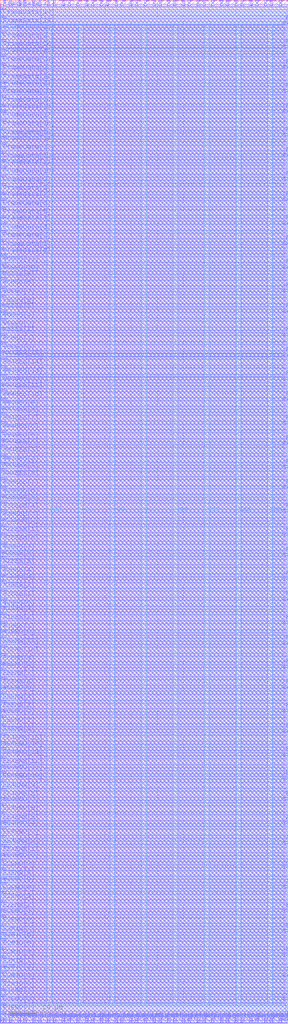
<source format=lef>
VERSION 5.7 ;
  NOWIREEXTENSIONATPIN ON ;
  DIVIDERCHAR "/" ;
  BUSBITCHARS "[]" ;
MACRO E_IO
  CLASS BLOCK ;
  FOREIGN E_IO ;
  ORIGIN 0.000 0.000 ;
  SIZE 110.000 BY 390.000 ;
  PIN A_I_top
    DIRECTION OUTPUT TRISTATE ;
    USE SIGNAL ;
    PORT
      LAYER Metal3 ;
        RECT 108.000 1.400 110.000 1.960 ;
    END
  END A_I_top
  PIN A_O_top
    DIRECTION INPUT ;
    USE SIGNAL ;
    PORT
      LAYER Metal3 ;
        RECT 108.000 18.200 110.000 18.760 ;
    END
  END A_O_top
  PIN A_T_top
    DIRECTION OUTPUT TRISTATE ;
    USE SIGNAL ;
    PORT
      LAYER Metal3 ;
        RECT 108.000 9.240 110.000 9.800 ;
    END
  END A_T_top
  PIN A_config_C_bit0
    DIRECTION OUTPUT TRISTATE ;
    USE SIGNAL ;
    PORT
      LAYER Metal3 ;
        RECT 108.000 51.800 110.000 52.360 ;
    END
  END A_config_C_bit0
  PIN A_config_C_bit1
    DIRECTION OUTPUT TRISTATE ;
    USE SIGNAL ;
    PORT
      LAYER Metal3 ;
        RECT 108.000 59.640 110.000 60.200 ;
    END
  END A_config_C_bit1
  PIN A_config_C_bit2
    DIRECTION OUTPUT TRISTATE ;
    USE SIGNAL ;
    PORT
      LAYER Metal3 ;
        RECT 108.000 68.600 110.000 69.160 ;
    END
  END A_config_C_bit2
  PIN A_config_C_bit3
    DIRECTION OUTPUT TRISTATE ;
    USE SIGNAL ;
    PORT
      LAYER Metal3 ;
        RECT 108.000 76.440 110.000 77.000 ;
    END
  END A_config_C_bit3
  PIN B_I_top
    DIRECTION OUTPUT TRISTATE ;
    USE SIGNAL ;
    PORT
      LAYER Metal3 ;
        RECT 108.000 26.040 110.000 26.600 ;
    END
  END B_I_top
  PIN B_O_top
    DIRECTION INPUT ;
    USE SIGNAL ;
    PORT
      LAYER Metal3 ;
        RECT 108.000 42.840 110.000 43.400 ;
    END
  END B_O_top
  PIN B_T_top
    DIRECTION OUTPUT TRISTATE ;
    USE SIGNAL ;
    PORT
      LAYER Metal3 ;
        RECT 108.000 35.000 110.000 35.560 ;
    END
  END B_T_top
  PIN B_config_C_bit0
    DIRECTION OUTPUT TRISTATE ;
    USE SIGNAL ;
    PORT
      LAYER Metal3 ;
        RECT 108.000 85.400 110.000 85.960 ;
    END
  END B_config_C_bit0
  PIN B_config_C_bit1
    DIRECTION OUTPUT TRISTATE ;
    USE SIGNAL ;
    PORT
      LAYER Metal3 ;
        RECT 108.000 93.240 110.000 93.800 ;
    END
  END B_config_C_bit1
  PIN B_config_C_bit2
    DIRECTION OUTPUT TRISTATE ;
    USE SIGNAL ;
    PORT
      LAYER Metal3 ;
        RECT 108.000 102.200 110.000 102.760 ;
    END
  END B_config_C_bit2
  PIN B_config_C_bit3
    DIRECTION OUTPUT TRISTATE ;
    USE SIGNAL ;
    PORT
      LAYER Metal3 ;
        RECT 108.000 111.160 110.000 111.720 ;
    END
  END B_config_C_bit3
  PIN E1END[0]
    DIRECTION INPUT ;
    USE SIGNAL ;
    PORT
      LAYER Metal3 ;
        RECT 0.000 1.400 2.000 1.960 ;
    END
  END E1END[0]
  PIN E1END[1]
    DIRECTION INPUT ;
    USE SIGNAL ;
    PORT
      LAYER Metal3 ;
        RECT 0.000 3.640 2.000 4.200 ;
    END
  END E1END[1]
  PIN E1END[2]
    DIRECTION INPUT ;
    USE SIGNAL ;
    PORT
      LAYER Metal3 ;
        RECT 0.000 7.000 2.000 7.560 ;
    END
  END E1END[2]
  PIN E1END[3]
    DIRECTION INPUT ;
    USE SIGNAL ;
    PORT
      LAYER Metal3 ;
        RECT 0.000 10.360 2.000 10.920 ;
    END
  END E1END[3]
  PIN E2END[0]
    DIRECTION INPUT ;
    USE SIGNAL ;
    PORT
      LAYER Metal3 ;
        RECT 0.000 37.240 2.000 37.800 ;
    END
  END E2END[0]
  PIN E2END[1]
    DIRECTION INPUT ;
    USE SIGNAL ;
    PORT
      LAYER Metal3 ;
        RECT 0.000 40.600 2.000 41.160 ;
    END
  END E2END[1]
  PIN E2END[2]
    DIRECTION INPUT ;
    USE SIGNAL ;
    PORT
      LAYER Metal3 ;
        RECT 0.000 42.840 2.000 43.400 ;
    END
  END E2END[2]
  PIN E2END[3]
    DIRECTION INPUT ;
    USE SIGNAL ;
    PORT
      LAYER Metal3 ;
        RECT 0.000 46.200 2.000 46.760 ;
    END
  END E2END[3]
  PIN E2END[4]
    DIRECTION INPUT ;
    USE SIGNAL ;
    PORT
      LAYER Metal3 ;
        RECT 0.000 49.560 2.000 50.120 ;
    END
  END E2END[4]
  PIN E2END[5]
    DIRECTION INPUT ;
    USE SIGNAL ;
    PORT
      LAYER Metal3 ;
        RECT 0.000 52.920 2.000 53.480 ;
    END
  END E2END[5]
  PIN E2END[6]
    DIRECTION INPUT ;
    USE SIGNAL ;
    PORT
      LAYER Metal3 ;
        RECT 0.000 55.160 2.000 55.720 ;
    END
  END E2END[6]
  PIN E2END[7]
    DIRECTION INPUT ;
    USE SIGNAL ;
    PORT
      LAYER Metal3 ;
        RECT 0.000 58.520 2.000 59.080 ;
    END
  END E2END[7]
  PIN E2MID[0]
    DIRECTION INPUT ;
    USE SIGNAL ;
    PORT
      LAYER Metal3 ;
        RECT 0.000 12.600 2.000 13.160 ;
    END
  END E2MID[0]
  PIN E2MID[1]
    DIRECTION INPUT ;
    USE SIGNAL ;
    PORT
      LAYER Metal3 ;
        RECT 0.000 15.960 2.000 16.520 ;
    END
  END E2MID[1]
  PIN E2MID[2]
    DIRECTION INPUT ;
    USE SIGNAL ;
    PORT
      LAYER Metal3 ;
        RECT 0.000 19.320 2.000 19.880 ;
    END
  END E2MID[2]
  PIN E2MID[3]
    DIRECTION INPUT ;
    USE SIGNAL ;
    PORT
      LAYER Metal3 ;
        RECT 0.000 21.560 2.000 22.120 ;
    END
  END E2MID[3]
  PIN E2MID[4]
    DIRECTION INPUT ;
    USE SIGNAL ;
    PORT
      LAYER Metal3 ;
        RECT 0.000 24.920 2.000 25.480 ;
    END
  END E2MID[4]
  PIN E2MID[5]
    DIRECTION INPUT ;
    USE SIGNAL ;
    PORT
      LAYER Metal3 ;
        RECT 0.000 28.280 2.000 28.840 ;
    END
  END E2MID[5]
  PIN E2MID[6]
    DIRECTION INPUT ;
    USE SIGNAL ;
    PORT
      LAYER Metal3 ;
        RECT 0.000 31.640 2.000 32.200 ;
    END
  END E2MID[6]
  PIN E2MID[7]
    DIRECTION INPUT ;
    USE SIGNAL ;
    PORT
      LAYER Metal3 ;
        RECT 0.000 33.880 2.000 34.440 ;
    END
  END E2MID[7]
  PIN E6END[0]
    DIRECTION INPUT ;
    USE SIGNAL ;
    PORT
      LAYER Metal3 ;
        RECT 0.000 110.040 2.000 110.600 ;
    END
  END E6END[0]
  PIN E6END[10]
    DIRECTION INPUT ;
    USE SIGNAL ;
    PORT
      LAYER Metal3 ;
        RECT 0.000 140.280 2.000 140.840 ;
    END
  END E6END[10]
  PIN E6END[11]
    DIRECTION INPUT ;
    USE SIGNAL ;
    PORT
      LAYER Metal3 ;
        RECT 0.000 143.640 2.000 144.200 ;
    END
  END E6END[11]
  PIN E6END[1]
    DIRECTION INPUT ;
    USE SIGNAL ;
    PORT
      LAYER Metal3 ;
        RECT 0.000 113.400 2.000 113.960 ;
    END
  END E6END[1]
  PIN E6END[2]
    DIRECTION INPUT ;
    USE SIGNAL ;
    PORT
      LAYER Metal3 ;
        RECT 0.000 116.760 2.000 117.320 ;
    END
  END E6END[2]
  PIN E6END[3]
    DIRECTION INPUT ;
    USE SIGNAL ;
    PORT
      LAYER Metal3 ;
        RECT 0.000 119.000 2.000 119.560 ;
    END
  END E6END[3]
  PIN E6END[4]
    DIRECTION INPUT ;
    USE SIGNAL ;
    PORT
      LAYER Metal3 ;
        RECT 0.000 122.360 2.000 122.920 ;
    END
  END E6END[4]
  PIN E6END[5]
    DIRECTION INPUT ;
    USE SIGNAL ;
    PORT
      LAYER Metal3 ;
        RECT 0.000 125.720 2.000 126.280 ;
    END
  END E6END[5]
  PIN E6END[6]
    DIRECTION INPUT ;
    USE SIGNAL ;
    PORT
      LAYER Metal3 ;
        RECT 0.000 127.960 2.000 128.520 ;
    END
  END E6END[6]
  PIN E6END[7]
    DIRECTION INPUT ;
    USE SIGNAL ;
    PORT
      LAYER Metal3 ;
        RECT 0.000 131.320 2.000 131.880 ;
    END
  END E6END[7]
  PIN E6END[8]
    DIRECTION INPUT ;
    USE SIGNAL ;
    PORT
      LAYER Metal3 ;
        RECT 0.000 134.680 2.000 135.240 ;
    END
  END E6END[8]
  PIN E6END[9]
    DIRECTION INPUT ;
    USE SIGNAL ;
    PORT
      LAYER Metal3 ;
        RECT 0.000 136.920 2.000 137.480 ;
    END
  END E6END[9]
  PIN EE4END[0]
    DIRECTION INPUT ;
    USE SIGNAL ;
    PORT
      LAYER Metal3 ;
        RECT 0.000 61.880 2.000 62.440 ;
    END
  END EE4END[0]
  PIN EE4END[10]
    DIRECTION INPUT ;
    USE SIGNAL ;
    PORT
      LAYER Metal3 ;
        RECT 0.000 92.120 2.000 92.680 ;
    END
  END EE4END[10]
  PIN EE4END[11]
    DIRECTION INPUT ;
    USE SIGNAL ;
    PORT
      LAYER Metal3 ;
        RECT 0.000 95.480 2.000 96.040 ;
    END
  END EE4END[11]
  PIN EE4END[12]
    DIRECTION INPUT ;
    USE SIGNAL ;
    PORT
      LAYER Metal3 ;
        RECT 0.000 97.720 2.000 98.280 ;
    END
  END EE4END[12]
  PIN EE4END[13]
    DIRECTION INPUT ;
    USE SIGNAL ;
    PORT
      LAYER Metal3 ;
        RECT 0.000 101.080 2.000 101.640 ;
    END
  END EE4END[13]
  PIN EE4END[14]
    DIRECTION INPUT ;
    USE SIGNAL ;
    PORT
      LAYER Metal3 ;
        RECT 0.000 104.440 2.000 105.000 ;
    END
  END EE4END[14]
  PIN EE4END[15]
    DIRECTION INPUT ;
    USE SIGNAL ;
    PORT
      LAYER Metal3 ;
        RECT 0.000 106.680 2.000 107.240 ;
    END
  END EE4END[15]
  PIN EE4END[1]
    DIRECTION INPUT ;
    USE SIGNAL ;
    PORT
      LAYER Metal3 ;
        RECT 0.000 64.120 2.000 64.680 ;
    END
  END EE4END[1]
  PIN EE4END[2]
    DIRECTION INPUT ;
    USE SIGNAL ;
    PORT
      LAYER Metal3 ;
        RECT 0.000 67.480 2.000 68.040 ;
    END
  END EE4END[2]
  PIN EE4END[3]
    DIRECTION INPUT ;
    USE SIGNAL ;
    PORT
      LAYER Metal3 ;
        RECT 0.000 70.840 2.000 71.400 ;
    END
  END EE4END[3]
  PIN EE4END[4]
    DIRECTION INPUT ;
    USE SIGNAL ;
    PORT
      LAYER Metal3 ;
        RECT 0.000 74.200 2.000 74.760 ;
    END
  END EE4END[4]
  PIN EE4END[5]
    DIRECTION INPUT ;
    USE SIGNAL ;
    PORT
      LAYER Metal3 ;
        RECT 0.000 76.440 2.000 77.000 ;
    END
  END EE4END[5]
  PIN EE4END[6]
    DIRECTION INPUT ;
    USE SIGNAL ;
    PORT
      LAYER Metal3 ;
        RECT 0.000 79.800 2.000 80.360 ;
    END
  END EE4END[6]
  PIN EE4END[7]
    DIRECTION INPUT ;
    USE SIGNAL ;
    PORT
      LAYER Metal3 ;
        RECT 0.000 83.160 2.000 83.720 ;
    END
  END EE4END[7]
  PIN EE4END[8]
    DIRECTION INPUT ;
    USE SIGNAL ;
    PORT
      LAYER Metal3 ;
        RECT 0.000 85.400 2.000 85.960 ;
    END
  END EE4END[8]
  PIN EE4END[9]
    DIRECTION INPUT ;
    USE SIGNAL ;
    PORT
      LAYER Metal3 ;
        RECT 0.000 88.760 2.000 89.320 ;
    END
  END EE4END[9]
  PIN FrameData[0]
    DIRECTION INPUT ;
    USE SIGNAL ;
    PORT
      LAYER Metal3 ;
        RECT 0.000 292.600 2.000 293.160 ;
    END
  END FrameData[0]
  PIN FrameData[10]
    DIRECTION INPUT ;
    USE SIGNAL ;
    PORT
      LAYER Metal3 ;
        RECT 0.000 322.840 2.000 323.400 ;
    END
  END FrameData[10]
  PIN FrameData[11]
    DIRECTION INPUT ;
    USE SIGNAL ;
    PORT
      LAYER Metal3 ;
        RECT 0.000 326.200 2.000 326.760 ;
    END
  END FrameData[11]
  PIN FrameData[12]
    DIRECTION INPUT ;
    USE SIGNAL ;
    PORT
      LAYER Metal3 ;
        RECT 0.000 328.440 2.000 329.000 ;
    END
  END FrameData[12]
  PIN FrameData[13]
    DIRECTION INPUT ;
    USE SIGNAL ;
    PORT
      LAYER Metal3 ;
        RECT 0.000 331.800 2.000 332.360 ;
    END
  END FrameData[13]
  PIN FrameData[14]
    DIRECTION INPUT ;
    USE SIGNAL ;
    PORT
      LAYER Metal3 ;
        RECT 0.000 335.160 2.000 335.720 ;
    END
  END FrameData[14]
  PIN FrameData[15]
    DIRECTION INPUT ;
    USE SIGNAL ;
    PORT
      LAYER Metal3 ;
        RECT 0.000 337.400 2.000 337.960 ;
    END
  END FrameData[15]
  PIN FrameData[16]
    DIRECTION INPUT ;
    USE SIGNAL ;
    PORT
      LAYER Metal3 ;
        RECT 0.000 340.760 2.000 341.320 ;
    END
  END FrameData[16]
  PIN FrameData[17]
    DIRECTION INPUT ;
    USE SIGNAL ;
    PORT
      LAYER Metal3 ;
        RECT 0.000 344.120 2.000 344.680 ;
    END
  END FrameData[17]
  PIN FrameData[18]
    DIRECTION INPUT ;
    USE SIGNAL ;
    PORT
      LAYER Metal3 ;
        RECT 0.000 347.480 2.000 348.040 ;
    END
  END FrameData[18]
  PIN FrameData[19]
    DIRECTION INPUT ;
    USE SIGNAL ;
    PORT
      LAYER Metal3 ;
        RECT 0.000 349.720 2.000 350.280 ;
    END
  END FrameData[19]
  PIN FrameData[1]
    DIRECTION INPUT ;
    USE SIGNAL ;
    PORT
      LAYER Metal3 ;
        RECT 0.000 294.840 2.000 295.400 ;
    END
  END FrameData[1]
  PIN FrameData[20]
    DIRECTION INPUT ;
    USE SIGNAL ;
    PORT
      LAYER Metal3 ;
        RECT 0.000 353.080 2.000 353.640 ;
    END
  END FrameData[20]
  PIN FrameData[21]
    DIRECTION INPUT ;
    USE SIGNAL ;
    PORT
      LAYER Metal3 ;
        RECT 0.000 356.440 2.000 357.000 ;
    END
  END FrameData[21]
  PIN FrameData[22]
    DIRECTION INPUT ;
    USE SIGNAL ;
    PORT
      LAYER Metal3 ;
        RECT 0.000 358.680 2.000 359.240 ;
    END
  END FrameData[22]
  PIN FrameData[23]
    DIRECTION INPUT ;
    USE SIGNAL ;
    PORT
      LAYER Metal3 ;
        RECT 0.000 362.040 2.000 362.600 ;
    END
  END FrameData[23]
  PIN FrameData[24]
    DIRECTION INPUT ;
    USE SIGNAL ;
    PORT
      LAYER Metal3 ;
        RECT 0.000 365.400 2.000 365.960 ;
    END
  END FrameData[24]
  PIN FrameData[25]
    DIRECTION INPUT ;
    USE SIGNAL ;
    PORT
      LAYER Metal3 ;
        RECT 0.000 368.760 2.000 369.320 ;
    END
  END FrameData[25]
  PIN FrameData[26]
    DIRECTION INPUT ;
    USE SIGNAL ;
    PORT
      LAYER Metal3 ;
        RECT 0.000 371.000 2.000 371.560 ;
    END
  END FrameData[26]
  PIN FrameData[27]
    DIRECTION INPUT ;
    USE SIGNAL ;
    PORT
      LAYER Metal3 ;
        RECT 0.000 374.360 2.000 374.920 ;
    END
  END FrameData[27]
  PIN FrameData[28]
    DIRECTION INPUT ;
    USE SIGNAL ;
    PORT
      LAYER Metal3 ;
        RECT 0.000 377.720 2.000 378.280 ;
    END
  END FrameData[28]
  PIN FrameData[29]
    DIRECTION INPUT ;
    USE SIGNAL ;
    PORT
      LAYER Metal3 ;
        RECT 0.000 379.960 2.000 380.520 ;
    END
  END FrameData[29]
  PIN FrameData[2]
    DIRECTION INPUT ;
    USE SIGNAL ;
    PORT
      LAYER Metal3 ;
        RECT 0.000 298.200 2.000 298.760 ;
    END
  END FrameData[2]
  PIN FrameData[30]
    DIRECTION INPUT ;
    USE SIGNAL ;
    PORT
      LAYER Metal3 ;
        RECT 0.000 383.320 2.000 383.880 ;
    END
  END FrameData[30]
  PIN FrameData[31]
    DIRECTION INPUT ;
    USE SIGNAL ;
    PORT
      LAYER Metal3 ;
        RECT 0.000 386.680 2.000 387.240 ;
    END
  END FrameData[31]
  PIN FrameData[3]
    DIRECTION INPUT ;
    USE SIGNAL ;
    PORT
      LAYER Metal3 ;
        RECT 0.000 301.560 2.000 302.120 ;
    END
  END FrameData[3]
  PIN FrameData[4]
    DIRECTION INPUT ;
    USE SIGNAL ;
    PORT
      LAYER Metal3 ;
        RECT 0.000 304.920 2.000 305.480 ;
    END
  END FrameData[4]
  PIN FrameData[5]
    DIRECTION INPUT ;
    USE SIGNAL ;
    PORT
      LAYER Metal3 ;
        RECT 0.000 307.160 2.000 307.720 ;
    END
  END FrameData[5]
  PIN FrameData[6]
    DIRECTION INPUT ;
    USE SIGNAL ;
    PORT
      LAYER Metal3 ;
        RECT 0.000 310.520 2.000 311.080 ;
    END
  END FrameData[6]
  PIN FrameData[7]
    DIRECTION INPUT ;
    USE SIGNAL ;
    PORT
      LAYER Metal3 ;
        RECT 0.000 313.880 2.000 314.440 ;
    END
  END FrameData[7]
  PIN FrameData[8]
    DIRECTION INPUT ;
    USE SIGNAL ;
    PORT
      LAYER Metal3 ;
        RECT 0.000 316.120 2.000 316.680 ;
    END
  END FrameData[8]
  PIN FrameData[9]
    DIRECTION INPUT ;
    USE SIGNAL ;
    PORT
      LAYER Metal3 ;
        RECT 0.000 319.480 2.000 320.040 ;
    END
  END FrameData[9]
  PIN FrameData_O[0]
    DIRECTION OUTPUT TRISTATE ;
    USE SIGNAL ;
    PORT
      LAYER Metal3 ;
        RECT 108.000 119.000 110.000 119.560 ;
    END
  END FrameData_O[0]
  PIN FrameData_O[10]
    DIRECTION OUTPUT TRISTATE ;
    USE SIGNAL ;
    PORT
      LAYER Metal3 ;
        RECT 108.000 204.120 110.000 204.680 ;
    END
  END FrameData_O[10]
  PIN FrameData_O[11]
    DIRECTION OUTPUT TRISTATE ;
    USE SIGNAL ;
    PORT
      LAYER Metal3 ;
        RECT 108.000 211.960 110.000 212.520 ;
    END
  END FrameData_O[11]
  PIN FrameData_O[12]
    DIRECTION OUTPUT TRISTATE ;
    USE SIGNAL ;
    PORT
      LAYER Metal3 ;
        RECT 108.000 220.920 110.000 221.480 ;
    END
  END FrameData_O[12]
  PIN FrameData_O[13]
    DIRECTION OUTPUT TRISTATE ;
    USE SIGNAL ;
    PORT
      LAYER Metal3 ;
        RECT 108.000 228.760 110.000 229.320 ;
    END
  END FrameData_O[13]
  PIN FrameData_O[14]
    DIRECTION OUTPUT TRISTATE ;
    USE SIGNAL ;
    PORT
      LAYER Metal3 ;
        RECT 108.000 237.720 110.000 238.280 ;
    END
  END FrameData_O[14]
  PIN FrameData_O[15]
    DIRECTION OUTPUT TRISTATE ;
    USE SIGNAL ;
    PORT
      LAYER Metal3 ;
        RECT 108.000 245.560 110.000 246.120 ;
    END
  END FrameData_O[15]
  PIN FrameData_O[16]
    DIRECTION OUTPUT TRISTATE ;
    USE SIGNAL ;
    PORT
      LAYER Metal3 ;
        RECT 108.000 254.520 110.000 255.080 ;
    END
  END FrameData_O[16]
  PIN FrameData_O[17]
    DIRECTION OUTPUT TRISTATE ;
    USE SIGNAL ;
    PORT
      LAYER Metal3 ;
        RECT 108.000 262.360 110.000 262.920 ;
    END
  END FrameData_O[17]
  PIN FrameData_O[18]
    DIRECTION OUTPUT TRISTATE ;
    USE SIGNAL ;
    PORT
      LAYER Metal3 ;
        RECT 108.000 271.320 110.000 271.880 ;
    END
  END FrameData_O[18]
  PIN FrameData_O[19]
    DIRECTION OUTPUT TRISTATE ;
    USE SIGNAL ;
    PORT
      LAYER Metal3 ;
        RECT 108.000 279.160 110.000 279.720 ;
    END
  END FrameData_O[19]
  PIN FrameData_O[1]
    DIRECTION OUTPUT TRISTATE ;
    USE SIGNAL ;
    PORT
      LAYER Metal3 ;
        RECT 108.000 127.960 110.000 128.520 ;
    END
  END FrameData_O[1]
  PIN FrameData_O[20]
    DIRECTION OUTPUT TRISTATE ;
    USE SIGNAL ;
    PORT
      LAYER Metal3 ;
        RECT 108.000 288.120 110.000 288.680 ;
    END
  END FrameData_O[20]
  PIN FrameData_O[21]
    DIRECTION OUTPUT TRISTATE ;
    USE SIGNAL ;
    PORT
      LAYER Metal3 ;
        RECT 108.000 297.080 110.000 297.640 ;
    END
  END FrameData_O[21]
  PIN FrameData_O[22]
    DIRECTION OUTPUT TRISTATE ;
    USE SIGNAL ;
    PORT
      LAYER Metal3 ;
        RECT 108.000 304.920 110.000 305.480 ;
    END
  END FrameData_O[22]
  PIN FrameData_O[23]
    DIRECTION OUTPUT TRISTATE ;
    USE SIGNAL ;
    PORT
      LAYER Metal3 ;
        RECT 108.000 313.880 110.000 314.440 ;
    END
  END FrameData_O[23]
  PIN FrameData_O[24]
    DIRECTION OUTPUT TRISTATE ;
    USE SIGNAL ;
    PORT
      LAYER Metal3 ;
        RECT 108.000 321.720 110.000 322.280 ;
    END
  END FrameData_O[24]
  PIN FrameData_O[25]
    DIRECTION OUTPUT TRISTATE ;
    USE SIGNAL ;
    PORT
      LAYER Metal3 ;
        RECT 108.000 330.680 110.000 331.240 ;
    END
  END FrameData_O[25]
  PIN FrameData_O[26]
    DIRECTION OUTPUT TRISTATE ;
    USE SIGNAL ;
    PORT
      LAYER Metal3 ;
        RECT 108.000 338.520 110.000 339.080 ;
    END
  END FrameData_O[26]
  PIN FrameData_O[27]
    DIRECTION OUTPUT TRISTATE ;
    USE SIGNAL ;
    PORT
      LAYER Metal3 ;
        RECT 108.000 347.480 110.000 348.040 ;
    END
  END FrameData_O[27]
  PIN FrameData_O[28]
    DIRECTION OUTPUT TRISTATE ;
    USE SIGNAL ;
    PORT
      LAYER Metal3 ;
        RECT 108.000 355.320 110.000 355.880 ;
    END
  END FrameData_O[28]
  PIN FrameData_O[29]
    DIRECTION OUTPUT TRISTATE ;
    USE SIGNAL ;
    PORT
      LAYER Metal3 ;
        RECT 108.000 364.280 110.000 364.840 ;
    END
  END FrameData_O[29]
  PIN FrameData_O[2]
    DIRECTION OUTPUT TRISTATE ;
    USE SIGNAL ;
    PORT
      LAYER Metal3 ;
        RECT 108.000 135.800 110.000 136.360 ;
    END
  END FrameData_O[2]
  PIN FrameData_O[30]
    DIRECTION OUTPUT TRISTATE ;
    USE SIGNAL ;
    PORT
      LAYER Metal3 ;
        RECT 108.000 372.120 110.000 372.680 ;
    END
  END FrameData_O[30]
  PIN FrameData_O[31]
    DIRECTION OUTPUT TRISTATE ;
    USE SIGNAL ;
    PORT
      LAYER Metal3 ;
        RECT 108.000 381.080 110.000 381.640 ;
    END
  END FrameData_O[31]
  PIN FrameData_O[3]
    DIRECTION OUTPUT TRISTATE ;
    USE SIGNAL ;
    PORT
      LAYER Metal3 ;
        RECT 108.000 144.760 110.000 145.320 ;
    END
  END FrameData_O[3]
  PIN FrameData_O[4]
    DIRECTION OUTPUT TRISTATE ;
    USE SIGNAL ;
    PORT
      LAYER Metal3 ;
        RECT 108.000 152.600 110.000 153.160 ;
    END
  END FrameData_O[4]
  PIN FrameData_O[5]
    DIRECTION OUTPUT TRISTATE ;
    USE SIGNAL ;
    PORT
      LAYER Metal3 ;
        RECT 108.000 161.560 110.000 162.120 ;
    END
  END FrameData_O[5]
  PIN FrameData_O[6]
    DIRECTION OUTPUT TRISTATE ;
    USE SIGNAL ;
    PORT
      LAYER Metal3 ;
        RECT 108.000 169.400 110.000 169.960 ;
    END
  END FrameData_O[6]
  PIN FrameData_O[7]
    DIRECTION OUTPUT TRISTATE ;
    USE SIGNAL ;
    PORT
      LAYER Metal3 ;
        RECT 108.000 178.360 110.000 178.920 ;
    END
  END FrameData_O[7]
  PIN FrameData_O[8]
    DIRECTION OUTPUT TRISTATE ;
    USE SIGNAL ;
    PORT
      LAYER Metal3 ;
        RECT 108.000 186.200 110.000 186.760 ;
    END
  END FrameData_O[8]
  PIN FrameData_O[9]
    DIRECTION OUTPUT TRISTATE ;
    USE SIGNAL ;
    PORT
      LAYER Metal3 ;
        RECT 108.000 195.160 110.000 195.720 ;
    END
  END FrameData_O[9]
  PIN FrameStrobe[0]
    DIRECTION INPUT ;
    USE SIGNAL ;
    PORT
      LAYER Metal2 ;
        RECT 7.000 0.000 7.560 2.000 ;
    END
  END FrameStrobe[0]
  PIN FrameStrobe[10]
    DIRECTION INPUT ;
    USE SIGNAL ;
    PORT
      LAYER Metal2 ;
        RECT 35.000 0.000 35.560 2.000 ;
    END
  END FrameStrobe[10]
  PIN FrameStrobe[11]
    DIRECTION INPUT ;
    USE SIGNAL ;
    PORT
      LAYER Metal2 ;
        RECT 38.360 0.000 38.920 2.000 ;
    END
  END FrameStrobe[11]
  PIN FrameStrobe[12]
    DIRECTION INPUT ;
    USE SIGNAL ;
    PORT
      LAYER Metal2 ;
        RECT 40.600 0.000 41.160 2.000 ;
    END
  END FrameStrobe[12]
  PIN FrameStrobe[13]
    DIRECTION INPUT ;
    USE SIGNAL ;
    PORT
      LAYER Metal2 ;
        RECT 43.960 0.000 44.520 2.000 ;
    END
  END FrameStrobe[13]
  PIN FrameStrobe[14]
    DIRECTION INPUT ;
    USE SIGNAL ;
    PORT
      LAYER Metal2 ;
        RECT 46.200 0.000 46.760 2.000 ;
    END
  END FrameStrobe[14]
  PIN FrameStrobe[15]
    DIRECTION INPUT ;
    USE SIGNAL ;
    PORT
      LAYER Metal2 ;
        RECT 49.560 0.000 50.120 2.000 ;
    END
  END FrameStrobe[15]
  PIN FrameStrobe[16]
    DIRECTION INPUT ;
    USE SIGNAL ;
    PORT
      LAYER Metal2 ;
        RECT 51.800 0.000 52.360 2.000 ;
    END
  END FrameStrobe[16]
  PIN FrameStrobe[17]
    DIRECTION INPUT ;
    USE SIGNAL ;
    PORT
      LAYER Metal2 ;
        RECT 55.160 0.000 55.720 2.000 ;
    END
  END FrameStrobe[17]
  PIN FrameStrobe[18]
    DIRECTION INPUT ;
    USE SIGNAL ;
    PORT
      LAYER Metal2 ;
        RECT 58.520 0.000 59.080 2.000 ;
    END
  END FrameStrobe[18]
  PIN FrameStrobe[19]
    DIRECTION INPUT ;
    USE SIGNAL ;
    PORT
      LAYER Metal2 ;
        RECT 60.760 0.000 61.320 2.000 ;
    END
  END FrameStrobe[19]
  PIN FrameStrobe[1]
    DIRECTION INPUT ;
    USE SIGNAL ;
    PORT
      LAYER Metal2 ;
        RECT 9.240 0.000 9.800 2.000 ;
    END
  END FrameStrobe[1]
  PIN FrameStrobe[20]
    DIRECTION INPUT ;
    USE SIGNAL ;
    PORT
      LAYER Metal2 ;
        RECT 64.120 0.000 64.680 2.000 ;
    END
  END FrameStrobe[20]
  PIN FrameStrobe[21]
    DIRECTION INPUT ;
    USE SIGNAL ;
    PORT
      LAYER Metal2 ;
        RECT 66.360 0.000 66.920 2.000 ;
    END
  END FrameStrobe[21]
  PIN FrameStrobe[22]
    DIRECTION INPUT ;
    USE SIGNAL ;
    PORT
      LAYER Metal2 ;
        RECT 69.720 0.000 70.280 2.000 ;
    END
  END FrameStrobe[22]
  PIN FrameStrobe[23]
    DIRECTION INPUT ;
    USE SIGNAL ;
    PORT
      LAYER Metal2 ;
        RECT 71.960 0.000 72.520 2.000 ;
    END
  END FrameStrobe[23]
  PIN FrameStrobe[24]
    DIRECTION INPUT ;
    USE SIGNAL ;
    PORT
      LAYER Metal2 ;
        RECT 75.320 0.000 75.880 2.000 ;
    END
  END FrameStrobe[24]
  PIN FrameStrobe[25]
    DIRECTION INPUT ;
    USE SIGNAL ;
    PORT
      LAYER Metal2 ;
        RECT 77.560 0.000 78.120 2.000 ;
    END
  END FrameStrobe[25]
  PIN FrameStrobe[26]
    DIRECTION INPUT ;
    USE SIGNAL ;
    PORT
      LAYER Metal2 ;
        RECT 80.920 0.000 81.480 2.000 ;
    END
  END FrameStrobe[26]
  PIN FrameStrobe[27]
    DIRECTION INPUT ;
    USE SIGNAL ;
    PORT
      LAYER Metal2 ;
        RECT 84.280 0.000 84.840 2.000 ;
    END
  END FrameStrobe[27]
  PIN FrameStrobe[28]
    DIRECTION INPUT ;
    USE SIGNAL ;
    PORT
      LAYER Metal2 ;
        RECT 86.520 0.000 87.080 2.000 ;
    END
  END FrameStrobe[28]
  PIN FrameStrobe[29]
    DIRECTION INPUT ;
    USE SIGNAL ;
    PORT
      LAYER Metal2 ;
        RECT 89.880 0.000 90.440 2.000 ;
    END
  END FrameStrobe[29]
  PIN FrameStrobe[2]
    DIRECTION INPUT ;
    USE SIGNAL ;
    PORT
      LAYER Metal2 ;
        RECT 12.600 0.000 13.160 2.000 ;
    END
  END FrameStrobe[2]
  PIN FrameStrobe[30]
    DIRECTION INPUT ;
    USE SIGNAL ;
    PORT
      LAYER Metal2 ;
        RECT 92.120 0.000 92.680 2.000 ;
    END
  END FrameStrobe[30]
  PIN FrameStrobe[31]
    DIRECTION INPUT ;
    USE SIGNAL ;
    PORT
      LAYER Metal2 ;
        RECT 95.480 0.000 96.040 2.000 ;
    END
  END FrameStrobe[31]
  PIN FrameStrobe[32]
    DIRECTION INPUT ;
    USE SIGNAL ;
    PORT
      LAYER Metal2 ;
        RECT 97.720 0.000 98.280 2.000 ;
    END
  END FrameStrobe[32]
  PIN FrameStrobe[33]
    DIRECTION INPUT ;
    USE SIGNAL ;
    PORT
      LAYER Metal2 ;
        RECT 101.080 0.000 101.640 2.000 ;
    END
  END FrameStrobe[33]
  PIN FrameStrobe[34]
    DIRECTION INPUT ;
    USE SIGNAL ;
    PORT
      LAYER Metal2 ;
        RECT 103.320 0.000 103.880 2.000 ;
    END
  END FrameStrobe[34]
  PIN FrameStrobe[35]
    DIRECTION INPUT ;
    USE SIGNAL ;
    PORT
      LAYER Metal2 ;
        RECT 106.680 0.000 107.240 2.000 ;
    END
  END FrameStrobe[35]
  PIN FrameStrobe[3]
    DIRECTION INPUT ;
    USE SIGNAL ;
    PORT
      LAYER Metal2 ;
        RECT 14.840 0.000 15.400 2.000 ;
    END
  END FrameStrobe[3]
  PIN FrameStrobe[4]
    DIRECTION INPUT ;
    USE SIGNAL ;
    PORT
      LAYER Metal2 ;
        RECT 18.200 0.000 18.760 2.000 ;
    END
  END FrameStrobe[4]
  PIN FrameStrobe[5]
    DIRECTION INPUT ;
    USE SIGNAL ;
    PORT
      LAYER Metal2 ;
        RECT 20.440 0.000 21.000 2.000 ;
    END
  END FrameStrobe[5]
  PIN FrameStrobe[6]
    DIRECTION INPUT ;
    USE SIGNAL ;
    PORT
      LAYER Metal2 ;
        RECT 23.800 0.000 24.360 2.000 ;
    END
  END FrameStrobe[6]
  PIN FrameStrobe[7]
    DIRECTION INPUT ;
    USE SIGNAL ;
    PORT
      LAYER Metal2 ;
        RECT 26.040 0.000 26.600 2.000 ;
    END
  END FrameStrobe[7]
  PIN FrameStrobe[8]
    DIRECTION INPUT ;
    USE SIGNAL ;
    PORT
      LAYER Metal2 ;
        RECT 29.400 0.000 29.960 2.000 ;
    END
  END FrameStrobe[8]
  PIN FrameStrobe[9]
    DIRECTION INPUT ;
    USE SIGNAL ;
    PORT
      LAYER Metal2 ;
        RECT 32.760 0.000 33.320 2.000 ;
    END
  END FrameStrobe[9]
  PIN FrameStrobe_O[0]
    DIRECTION OUTPUT TRISTATE ;
    USE SIGNAL ;
    PORT
      LAYER Metal2 ;
        RECT 7.000 388.000 7.560 390.000 ;
    END
  END FrameStrobe_O[0]
  PIN FrameStrobe_O[10]
    DIRECTION OUTPUT TRISTATE ;
    USE SIGNAL ;
    PORT
      LAYER Metal2 ;
        RECT 35.000 388.000 35.560 390.000 ;
    END
  END FrameStrobe_O[10]
  PIN FrameStrobe_O[11]
    DIRECTION OUTPUT TRISTATE ;
    USE SIGNAL ;
    PORT
      LAYER Metal2 ;
        RECT 38.360 388.000 38.920 390.000 ;
    END
  END FrameStrobe_O[11]
  PIN FrameStrobe_O[12]
    DIRECTION OUTPUT TRISTATE ;
    USE SIGNAL ;
    PORT
      LAYER Metal2 ;
        RECT 40.600 388.000 41.160 390.000 ;
    END
  END FrameStrobe_O[12]
  PIN FrameStrobe_O[13]
    DIRECTION OUTPUT TRISTATE ;
    USE SIGNAL ;
    PORT
      LAYER Metal2 ;
        RECT 43.960 388.000 44.520 390.000 ;
    END
  END FrameStrobe_O[13]
  PIN FrameStrobe_O[14]
    DIRECTION OUTPUT TRISTATE ;
    USE SIGNAL ;
    PORT
      LAYER Metal2 ;
        RECT 46.200 388.000 46.760 390.000 ;
    END
  END FrameStrobe_O[14]
  PIN FrameStrobe_O[15]
    DIRECTION OUTPUT TRISTATE ;
    USE SIGNAL ;
    PORT
      LAYER Metal2 ;
        RECT 49.560 388.000 50.120 390.000 ;
    END
  END FrameStrobe_O[15]
  PIN FrameStrobe_O[16]
    DIRECTION OUTPUT TRISTATE ;
    USE SIGNAL ;
    PORT
      LAYER Metal2 ;
        RECT 51.800 388.000 52.360 390.000 ;
    END
  END FrameStrobe_O[16]
  PIN FrameStrobe_O[17]
    DIRECTION OUTPUT TRISTATE ;
    USE SIGNAL ;
    PORT
      LAYER Metal2 ;
        RECT 55.160 388.000 55.720 390.000 ;
    END
  END FrameStrobe_O[17]
  PIN FrameStrobe_O[18]
    DIRECTION OUTPUT TRISTATE ;
    USE SIGNAL ;
    PORT
      LAYER Metal2 ;
        RECT 58.520 388.000 59.080 390.000 ;
    END
  END FrameStrobe_O[18]
  PIN FrameStrobe_O[19]
    DIRECTION OUTPUT TRISTATE ;
    USE SIGNAL ;
    PORT
      LAYER Metal2 ;
        RECT 60.760 388.000 61.320 390.000 ;
    END
  END FrameStrobe_O[19]
  PIN FrameStrobe_O[1]
    DIRECTION OUTPUT TRISTATE ;
    USE SIGNAL ;
    PORT
      LAYER Metal2 ;
        RECT 9.240 388.000 9.800 390.000 ;
    END
  END FrameStrobe_O[1]
  PIN FrameStrobe_O[20]
    DIRECTION OUTPUT TRISTATE ;
    USE SIGNAL ;
    PORT
      LAYER Metal2 ;
        RECT 64.120 388.000 64.680 390.000 ;
    END
  END FrameStrobe_O[20]
  PIN FrameStrobe_O[21]
    DIRECTION OUTPUT TRISTATE ;
    USE SIGNAL ;
    PORT
      LAYER Metal2 ;
        RECT 66.360 388.000 66.920 390.000 ;
    END
  END FrameStrobe_O[21]
  PIN FrameStrobe_O[22]
    DIRECTION OUTPUT TRISTATE ;
    USE SIGNAL ;
    PORT
      LAYER Metal2 ;
        RECT 69.720 388.000 70.280 390.000 ;
    END
  END FrameStrobe_O[22]
  PIN FrameStrobe_O[23]
    DIRECTION OUTPUT TRISTATE ;
    USE SIGNAL ;
    PORT
      LAYER Metal2 ;
        RECT 71.960 388.000 72.520 390.000 ;
    END
  END FrameStrobe_O[23]
  PIN FrameStrobe_O[24]
    DIRECTION OUTPUT TRISTATE ;
    USE SIGNAL ;
    PORT
      LAYER Metal2 ;
        RECT 75.320 388.000 75.880 390.000 ;
    END
  END FrameStrobe_O[24]
  PIN FrameStrobe_O[25]
    DIRECTION OUTPUT TRISTATE ;
    USE SIGNAL ;
    PORT
      LAYER Metal2 ;
        RECT 77.560 388.000 78.120 390.000 ;
    END
  END FrameStrobe_O[25]
  PIN FrameStrobe_O[26]
    DIRECTION OUTPUT TRISTATE ;
    USE SIGNAL ;
    PORT
      LAYER Metal2 ;
        RECT 80.920 388.000 81.480 390.000 ;
    END
  END FrameStrobe_O[26]
  PIN FrameStrobe_O[27]
    DIRECTION OUTPUT TRISTATE ;
    USE SIGNAL ;
    PORT
      LAYER Metal2 ;
        RECT 84.280 388.000 84.840 390.000 ;
    END
  END FrameStrobe_O[27]
  PIN FrameStrobe_O[28]
    DIRECTION OUTPUT TRISTATE ;
    USE SIGNAL ;
    PORT
      LAYER Metal2 ;
        RECT 86.520 388.000 87.080 390.000 ;
    END
  END FrameStrobe_O[28]
  PIN FrameStrobe_O[29]
    DIRECTION OUTPUT TRISTATE ;
    USE SIGNAL ;
    PORT
      LAYER Metal2 ;
        RECT 89.880 388.000 90.440 390.000 ;
    END
  END FrameStrobe_O[29]
  PIN FrameStrobe_O[2]
    DIRECTION OUTPUT TRISTATE ;
    USE SIGNAL ;
    PORT
      LAYER Metal2 ;
        RECT 12.600 388.000 13.160 390.000 ;
    END
  END FrameStrobe_O[2]
  PIN FrameStrobe_O[30]
    DIRECTION OUTPUT TRISTATE ;
    USE SIGNAL ;
    PORT
      LAYER Metal2 ;
        RECT 92.120 388.000 92.680 390.000 ;
    END
  END FrameStrobe_O[30]
  PIN FrameStrobe_O[31]
    DIRECTION OUTPUT TRISTATE ;
    USE SIGNAL ;
    PORT
      LAYER Metal2 ;
        RECT 95.480 388.000 96.040 390.000 ;
    END
  END FrameStrobe_O[31]
  PIN FrameStrobe_O[32]
    DIRECTION OUTPUT TRISTATE ;
    USE SIGNAL ;
    PORT
      LAYER Metal2 ;
        RECT 97.720 388.000 98.280 390.000 ;
    END
  END FrameStrobe_O[32]
  PIN FrameStrobe_O[33]
    DIRECTION OUTPUT TRISTATE ;
    USE SIGNAL ;
    PORT
      LAYER Metal2 ;
        RECT 101.080 388.000 101.640 390.000 ;
    END
  END FrameStrobe_O[33]
  PIN FrameStrobe_O[34]
    DIRECTION OUTPUT TRISTATE ;
    USE SIGNAL ;
    PORT
      LAYER Metal2 ;
        RECT 103.320 388.000 103.880 390.000 ;
    END
  END FrameStrobe_O[34]
  PIN FrameStrobe_O[35]
    DIRECTION OUTPUT TRISTATE ;
    USE SIGNAL ;
    PORT
      LAYER Metal2 ;
        RECT 106.680 388.000 107.240 390.000 ;
    END
  END FrameStrobe_O[35]
  PIN FrameStrobe_O[3]
    DIRECTION OUTPUT TRISTATE ;
    USE SIGNAL ;
    PORT
      LAYER Metal2 ;
        RECT 14.840 388.000 15.400 390.000 ;
    END
  END FrameStrobe_O[3]
  PIN FrameStrobe_O[4]
    DIRECTION OUTPUT TRISTATE ;
    USE SIGNAL ;
    PORT
      LAYER Metal2 ;
        RECT 18.200 388.000 18.760 390.000 ;
    END
  END FrameStrobe_O[4]
  PIN FrameStrobe_O[5]
    DIRECTION OUTPUT TRISTATE ;
    USE SIGNAL ;
    PORT
      LAYER Metal2 ;
        RECT 20.440 388.000 21.000 390.000 ;
    END
  END FrameStrobe_O[5]
  PIN FrameStrobe_O[6]
    DIRECTION OUTPUT TRISTATE ;
    USE SIGNAL ;
    PORT
      LAYER Metal2 ;
        RECT 23.800 388.000 24.360 390.000 ;
    END
  END FrameStrobe_O[6]
  PIN FrameStrobe_O[7]
    DIRECTION OUTPUT TRISTATE ;
    USE SIGNAL ;
    PORT
      LAYER Metal2 ;
        RECT 26.040 388.000 26.600 390.000 ;
    END
  END FrameStrobe_O[7]
  PIN FrameStrobe_O[8]
    DIRECTION OUTPUT TRISTATE ;
    USE SIGNAL ;
    PORT
      LAYER Metal2 ;
        RECT 29.400 388.000 29.960 390.000 ;
    END
  END FrameStrobe_O[8]
  PIN FrameStrobe_O[9]
    DIRECTION OUTPUT TRISTATE ;
    USE SIGNAL ;
    PORT
      LAYER Metal2 ;
        RECT 32.760 388.000 33.320 390.000 ;
    END
  END FrameStrobe_O[9]
  PIN OutputEnable
    DIRECTION INPUT ;
    USE SIGNAL ;
    PORT
      LAYER Metal2 ;
        RECT 3.640 0.000 4.200 2.000 ;
    END
  END OutputEnable
  PIN OutputEnable_O
    DIRECTION OUTPUT TRISTATE ;
    USE SIGNAL ;
    PORT
      LAYER Metal2 ;
        RECT 3.640 388.000 4.200 390.000 ;
    END
  END OutputEnable_O
  PIN UserCLK
    DIRECTION INPUT ;
    USE SIGNAL ;
    PORT
      LAYER Metal2 ;
        RECT 1.400 0.000 1.960 2.000 ;
    END
  END UserCLK
  PIN UserCLKo
    DIRECTION OUTPUT TRISTATE ;
    USE SIGNAL ;
    PORT
      LAYER Metal2 ;
        RECT 1.400 388.000 1.960 390.000 ;
    END
  END UserCLKo
  PIN W1BEG[0]
    DIRECTION OUTPUT TRISTATE ;
    USE SIGNAL ;
    PORT
      LAYER Metal3 ;
        RECT 0.000 147.000 2.000 147.560 ;
    END
  END W1BEG[0]
  PIN W1BEG[1]
    DIRECTION OUTPUT TRISTATE ;
    USE SIGNAL ;
    PORT
      LAYER Metal3 ;
        RECT 0.000 149.240 2.000 149.800 ;
    END
  END W1BEG[1]
  PIN W1BEG[2]
    DIRECTION OUTPUT TRISTATE ;
    USE SIGNAL ;
    PORT
      LAYER Metal3 ;
        RECT 0.000 152.600 2.000 153.160 ;
    END
  END W1BEG[2]
  PIN W1BEG[3]
    DIRECTION OUTPUT TRISTATE ;
    USE SIGNAL ;
    PORT
      LAYER Metal3 ;
        RECT 0.000 155.960 2.000 156.520 ;
    END
  END W1BEG[3]
  PIN W2BEG[0]
    DIRECTION OUTPUT TRISTATE ;
    USE SIGNAL ;
    PORT
      LAYER Metal3 ;
        RECT 0.000 158.200 2.000 158.760 ;
    END
  END W2BEG[0]
  PIN W2BEG[1]
    DIRECTION OUTPUT TRISTATE ;
    USE SIGNAL ;
    PORT
      LAYER Metal3 ;
        RECT 0.000 161.560 2.000 162.120 ;
    END
  END W2BEG[1]
  PIN W2BEG[2]
    DIRECTION OUTPUT TRISTATE ;
    USE SIGNAL ;
    PORT
      LAYER Metal3 ;
        RECT 0.000 164.920 2.000 165.480 ;
    END
  END W2BEG[2]
  PIN W2BEG[3]
    DIRECTION OUTPUT TRISTATE ;
    USE SIGNAL ;
    PORT
      LAYER Metal3 ;
        RECT 0.000 168.280 2.000 168.840 ;
    END
  END W2BEG[3]
  PIN W2BEG[4]
    DIRECTION OUTPUT TRISTATE ;
    USE SIGNAL ;
    PORT
      LAYER Metal3 ;
        RECT 0.000 170.520 2.000 171.080 ;
    END
  END W2BEG[4]
  PIN W2BEG[5]
    DIRECTION OUTPUT TRISTATE ;
    USE SIGNAL ;
    PORT
      LAYER Metal3 ;
        RECT 0.000 173.880 2.000 174.440 ;
    END
  END W2BEG[5]
  PIN W2BEG[6]
    DIRECTION OUTPUT TRISTATE ;
    USE SIGNAL ;
    PORT
      LAYER Metal3 ;
        RECT 0.000 177.240 2.000 177.800 ;
    END
  END W2BEG[6]
  PIN W2BEG[7]
    DIRECTION OUTPUT TRISTATE ;
    USE SIGNAL ;
    PORT
      LAYER Metal3 ;
        RECT 0.000 179.480 2.000 180.040 ;
    END
  END W2BEG[7]
  PIN W2BEGb[0]
    DIRECTION OUTPUT TRISTATE ;
    USE SIGNAL ;
    PORT
      LAYER Metal3 ;
        RECT 0.000 182.840 2.000 183.400 ;
    END
  END W2BEGb[0]
  PIN W2BEGb[1]
    DIRECTION OUTPUT TRISTATE ;
    USE SIGNAL ;
    PORT
      LAYER Metal3 ;
        RECT 0.000 186.200 2.000 186.760 ;
    END
  END W2BEGb[1]
  PIN W2BEGb[2]
    DIRECTION OUTPUT TRISTATE ;
    USE SIGNAL ;
    PORT
      LAYER Metal3 ;
        RECT 0.000 189.560 2.000 190.120 ;
    END
  END W2BEGb[2]
  PIN W2BEGb[3]
    DIRECTION OUTPUT TRISTATE ;
    USE SIGNAL ;
    PORT
      LAYER Metal3 ;
        RECT 0.000 191.800 2.000 192.360 ;
    END
  END W2BEGb[3]
  PIN W2BEGb[4]
    DIRECTION OUTPUT TRISTATE ;
    USE SIGNAL ;
    PORT
      LAYER Metal3 ;
        RECT 0.000 195.160 2.000 195.720 ;
    END
  END W2BEGb[4]
  PIN W2BEGb[5]
    DIRECTION OUTPUT TRISTATE ;
    USE SIGNAL ;
    PORT
      LAYER Metal3 ;
        RECT 0.000 198.520 2.000 199.080 ;
    END
  END W2BEGb[5]
  PIN W2BEGb[6]
    DIRECTION OUTPUT TRISTATE ;
    USE SIGNAL ;
    PORT
      LAYER Metal3 ;
        RECT 0.000 200.760 2.000 201.320 ;
    END
  END W2BEGb[6]
  PIN W2BEGb[7]
    DIRECTION OUTPUT TRISTATE ;
    USE SIGNAL ;
    PORT
      LAYER Metal3 ;
        RECT 0.000 204.120 2.000 204.680 ;
    END
  END W2BEGb[7]
  PIN W6BEG[0]
    DIRECTION OUTPUT TRISTATE ;
    USE SIGNAL ;
    PORT
      LAYER Metal3 ;
        RECT 0.000 255.640 2.000 256.200 ;
    END
  END W6BEG[0]
  PIN W6BEG[10]
    DIRECTION OUTPUT TRISTATE ;
    USE SIGNAL ;
    PORT
      LAYER Metal3 ;
        RECT 0.000 285.880 2.000 286.440 ;
    END
  END W6BEG[10]
  PIN W6BEG[11]
    DIRECTION OUTPUT TRISTATE ;
    USE SIGNAL ;
    PORT
      LAYER Metal3 ;
        RECT 0.000 289.240 2.000 289.800 ;
    END
  END W6BEG[11]
  PIN W6BEG[1]
    DIRECTION OUTPUT TRISTATE ;
    USE SIGNAL ;
    PORT
      LAYER Metal3 ;
        RECT 0.000 259.000 2.000 259.560 ;
    END
  END W6BEG[1]
  PIN W6BEG[2]
    DIRECTION OUTPUT TRISTATE ;
    USE SIGNAL ;
    PORT
      LAYER Metal3 ;
        RECT 0.000 262.360 2.000 262.920 ;
    END
  END W6BEG[2]
  PIN W6BEG[3]
    DIRECTION OUTPUT TRISTATE ;
    USE SIGNAL ;
    PORT
      LAYER Metal3 ;
        RECT 0.000 264.600 2.000 265.160 ;
    END
  END W6BEG[3]
  PIN W6BEG[4]
    DIRECTION OUTPUT TRISTATE ;
    USE SIGNAL ;
    PORT
      LAYER Metal3 ;
        RECT 0.000 267.960 2.000 268.520 ;
    END
  END W6BEG[4]
  PIN W6BEG[5]
    DIRECTION OUTPUT TRISTATE ;
    USE SIGNAL ;
    PORT
      LAYER Metal3 ;
        RECT 0.000 271.320 2.000 271.880 ;
    END
  END W6BEG[5]
  PIN W6BEG[6]
    DIRECTION OUTPUT TRISTATE ;
    USE SIGNAL ;
    PORT
      LAYER Metal3 ;
        RECT 0.000 273.560 2.000 274.120 ;
    END
  END W6BEG[6]
  PIN W6BEG[7]
    DIRECTION OUTPUT TRISTATE ;
    USE SIGNAL ;
    PORT
      LAYER Metal3 ;
        RECT 0.000 276.920 2.000 277.480 ;
    END
  END W6BEG[7]
  PIN W6BEG[8]
    DIRECTION OUTPUT TRISTATE ;
    USE SIGNAL ;
    PORT
      LAYER Metal3 ;
        RECT 0.000 280.280 2.000 280.840 ;
    END
  END W6BEG[8]
  PIN W6BEG[9]
    DIRECTION OUTPUT TRISTATE ;
    USE SIGNAL ;
    PORT
      LAYER Metal3 ;
        RECT 0.000 283.640 2.000 284.200 ;
    END
  END W6BEG[9]
  PIN WW4BEG[0]
    DIRECTION OUTPUT TRISTATE ;
    USE SIGNAL ;
    PORT
      LAYER Metal3 ;
        RECT 0.000 207.480 2.000 208.040 ;
    END
  END WW4BEG[0]
  PIN WW4BEG[10]
    DIRECTION OUTPUT TRISTATE ;
    USE SIGNAL ;
    PORT
      LAYER Metal3 ;
        RECT 0.000 237.720 2.000 238.280 ;
    END
  END WW4BEG[10]
  PIN WW4BEG[11]
    DIRECTION OUTPUT TRISTATE ;
    USE SIGNAL ;
    PORT
      LAYER Metal3 ;
        RECT 0.000 241.080 2.000 241.640 ;
    END
  END WW4BEG[11]
  PIN WW4BEG[12]
    DIRECTION OUTPUT TRISTATE ;
    USE SIGNAL ;
    PORT
      LAYER Metal3 ;
        RECT 0.000 243.320 2.000 243.880 ;
    END
  END WW4BEG[12]
  PIN WW4BEG[13]
    DIRECTION OUTPUT TRISTATE ;
    USE SIGNAL ;
    PORT
      LAYER Metal3 ;
        RECT 0.000 246.680 2.000 247.240 ;
    END
  END WW4BEG[13]
  PIN WW4BEG[14]
    DIRECTION OUTPUT TRISTATE ;
    USE SIGNAL ;
    PORT
      LAYER Metal3 ;
        RECT 0.000 250.040 2.000 250.600 ;
    END
  END WW4BEG[14]
  PIN WW4BEG[15]
    DIRECTION OUTPUT TRISTATE ;
    USE SIGNAL ;
    PORT
      LAYER Metal3 ;
        RECT 0.000 253.400 2.000 253.960 ;
    END
  END WW4BEG[15]
  PIN WW4BEG[1]
    DIRECTION OUTPUT TRISTATE ;
    USE SIGNAL ;
    PORT
      LAYER Metal3 ;
        RECT 0.000 210.840 2.000 211.400 ;
    END
  END WW4BEG[1]
  PIN WW4BEG[2]
    DIRECTION OUTPUT TRISTATE ;
    USE SIGNAL ;
    PORT
      LAYER Metal3 ;
        RECT 0.000 213.080 2.000 213.640 ;
    END
  END WW4BEG[2]
  PIN WW4BEG[3]
    DIRECTION OUTPUT TRISTATE ;
    USE SIGNAL ;
    PORT
      LAYER Metal3 ;
        RECT 0.000 216.440 2.000 217.000 ;
    END
  END WW4BEG[3]
  PIN WW4BEG[4]
    DIRECTION OUTPUT TRISTATE ;
    USE SIGNAL ;
    PORT
      LAYER Metal3 ;
        RECT 0.000 219.800 2.000 220.360 ;
    END
  END WW4BEG[4]
  PIN WW4BEG[5]
    DIRECTION OUTPUT TRISTATE ;
    USE SIGNAL ;
    PORT
      LAYER Metal3 ;
        RECT 0.000 222.040 2.000 222.600 ;
    END
  END WW4BEG[5]
  PIN WW4BEG[6]
    DIRECTION OUTPUT TRISTATE ;
    USE SIGNAL ;
    PORT
      LAYER Metal3 ;
        RECT 0.000 225.400 2.000 225.960 ;
    END
  END WW4BEG[6]
  PIN WW4BEG[7]
    DIRECTION OUTPUT TRISTATE ;
    USE SIGNAL ;
    PORT
      LAYER Metal3 ;
        RECT 0.000 228.760 2.000 229.320 ;
    END
  END WW4BEG[7]
  PIN WW4BEG[8]
    DIRECTION OUTPUT TRISTATE ;
    USE SIGNAL ;
    PORT
      LAYER Metal3 ;
        RECT 0.000 232.120 2.000 232.680 ;
    END
  END WW4BEG[8]
  PIN WW4BEG[9]
    DIRECTION OUTPUT TRISTATE ;
    USE SIGNAL ;
    PORT
      LAYER Metal3 ;
        RECT 0.000 234.360 2.000 234.920 ;
    END
  END WW4BEG[9]
  PIN vdd
    DIRECTION INOUT ;
    USE POWER ;
    PORT
      LAYER Metal4 ;
        RECT 17.960 7.540 19.560 380.540 ;
    END
    PORT
      LAYER Metal4 ;
        RECT 42.040 7.540 43.640 380.540 ;
    END
    PORT
      LAYER Metal4 ;
        RECT 66.120 7.540 67.720 380.540 ;
    END
    PORT
      LAYER Metal4 ;
        RECT 90.200 7.540 91.800 380.540 ;
    END
  END vdd
  PIN vss
    DIRECTION INOUT ;
    USE GROUND ;
    PORT
      LAYER Metal4 ;
        RECT 30.000 7.540 31.600 380.540 ;
    END
    PORT
      LAYER Metal4 ;
        RECT 54.080 7.540 55.680 380.540 ;
    END
    PORT
      LAYER Metal4 ;
        RECT 78.160 7.540 79.760 380.540 ;
    END
    PORT
      LAYER Metal4 ;
        RECT 102.240 7.540 103.840 380.540 ;
    END
  END vss
  OBS
      LAYER Metal1 ;
        RECT 6.720 7.540 108.550 380.540 ;
      LAYER Metal2 ;
        RECT 0.140 387.700 1.100 388.500 ;
        RECT 2.260 387.700 3.340 388.500 ;
        RECT 4.500 387.700 6.700 388.500 ;
        RECT 7.860 387.700 8.940 388.500 ;
        RECT 10.100 387.700 12.300 388.500 ;
        RECT 13.460 387.700 14.540 388.500 ;
        RECT 15.700 387.700 17.900 388.500 ;
        RECT 19.060 387.700 20.140 388.500 ;
        RECT 21.300 387.700 23.500 388.500 ;
        RECT 24.660 387.700 25.740 388.500 ;
        RECT 26.900 387.700 29.100 388.500 ;
        RECT 30.260 387.700 32.460 388.500 ;
        RECT 33.620 387.700 34.700 388.500 ;
        RECT 35.860 387.700 38.060 388.500 ;
        RECT 39.220 387.700 40.300 388.500 ;
        RECT 41.460 387.700 43.660 388.500 ;
        RECT 44.820 387.700 45.900 388.500 ;
        RECT 47.060 387.700 49.260 388.500 ;
        RECT 50.420 387.700 51.500 388.500 ;
        RECT 52.660 387.700 54.860 388.500 ;
        RECT 56.020 387.700 58.220 388.500 ;
        RECT 59.380 387.700 60.460 388.500 ;
        RECT 61.620 387.700 63.820 388.500 ;
        RECT 64.980 387.700 66.060 388.500 ;
        RECT 67.220 387.700 69.420 388.500 ;
        RECT 70.580 387.700 71.660 388.500 ;
        RECT 72.820 387.700 75.020 388.500 ;
        RECT 76.180 387.700 77.260 388.500 ;
        RECT 78.420 387.700 80.620 388.500 ;
        RECT 81.780 387.700 83.980 388.500 ;
        RECT 85.140 387.700 86.220 388.500 ;
        RECT 87.380 387.700 89.580 388.500 ;
        RECT 90.740 387.700 91.820 388.500 ;
        RECT 92.980 387.700 95.180 388.500 ;
        RECT 96.340 387.700 97.420 388.500 ;
        RECT 98.580 387.700 100.780 388.500 ;
        RECT 101.940 387.700 103.020 388.500 ;
        RECT 104.180 387.700 106.380 388.500 ;
        RECT 107.540 387.700 109.620 388.500 ;
        RECT 0.140 2.300 109.620 387.700 ;
        RECT 0.140 0.090 1.100 2.300 ;
        RECT 2.260 0.090 3.340 2.300 ;
        RECT 4.500 0.090 6.700 2.300 ;
        RECT 7.860 0.090 8.940 2.300 ;
        RECT 10.100 0.090 12.300 2.300 ;
        RECT 13.460 0.090 14.540 2.300 ;
        RECT 15.700 0.090 17.900 2.300 ;
        RECT 19.060 0.090 20.140 2.300 ;
        RECT 21.300 0.090 23.500 2.300 ;
        RECT 24.660 0.090 25.740 2.300 ;
        RECT 26.900 0.090 29.100 2.300 ;
        RECT 30.260 0.090 32.460 2.300 ;
        RECT 33.620 0.090 34.700 2.300 ;
        RECT 35.860 0.090 38.060 2.300 ;
        RECT 39.220 0.090 40.300 2.300 ;
        RECT 41.460 0.090 43.660 2.300 ;
        RECT 44.820 0.090 45.900 2.300 ;
        RECT 47.060 0.090 49.260 2.300 ;
        RECT 50.420 0.090 51.500 2.300 ;
        RECT 52.660 0.090 54.860 2.300 ;
        RECT 56.020 0.090 58.220 2.300 ;
        RECT 59.380 0.090 60.460 2.300 ;
        RECT 61.620 0.090 63.820 2.300 ;
        RECT 64.980 0.090 66.060 2.300 ;
        RECT 67.220 0.090 69.420 2.300 ;
        RECT 70.580 0.090 71.660 2.300 ;
        RECT 72.820 0.090 75.020 2.300 ;
        RECT 76.180 0.090 77.260 2.300 ;
        RECT 78.420 0.090 80.620 2.300 ;
        RECT 81.780 0.090 83.980 2.300 ;
        RECT 85.140 0.090 86.220 2.300 ;
        RECT 87.380 0.090 89.580 2.300 ;
        RECT 90.740 0.090 91.820 2.300 ;
        RECT 92.980 0.090 95.180 2.300 ;
        RECT 96.340 0.090 97.420 2.300 ;
        RECT 98.580 0.090 100.780 2.300 ;
        RECT 101.940 0.090 103.020 2.300 ;
        RECT 104.180 0.090 106.380 2.300 ;
        RECT 107.540 0.090 109.620 2.300 ;
      LAYER Metal3 ;
        RECT 2.300 386.380 109.670 387.380 ;
        RECT 0.090 384.180 109.670 386.380 ;
        RECT 2.300 383.020 109.670 384.180 ;
        RECT 0.090 381.940 109.670 383.020 ;
        RECT 0.090 380.820 107.700 381.940 ;
        RECT 2.300 380.780 107.700 380.820 ;
        RECT 2.300 379.660 109.670 380.780 ;
        RECT 0.090 378.580 109.670 379.660 ;
        RECT 2.300 377.420 109.670 378.580 ;
        RECT 0.090 375.220 109.670 377.420 ;
        RECT 2.300 374.060 109.670 375.220 ;
        RECT 0.090 372.980 109.670 374.060 ;
        RECT 0.090 371.860 107.700 372.980 ;
        RECT 2.300 371.820 107.700 371.860 ;
        RECT 2.300 370.700 109.670 371.820 ;
        RECT 0.090 369.620 109.670 370.700 ;
        RECT 2.300 368.460 109.670 369.620 ;
        RECT 0.090 366.260 109.670 368.460 ;
        RECT 2.300 365.140 109.670 366.260 ;
        RECT 2.300 365.100 107.700 365.140 ;
        RECT 0.090 363.980 107.700 365.100 ;
        RECT 0.090 362.900 109.670 363.980 ;
        RECT 2.300 361.740 109.670 362.900 ;
        RECT 0.090 359.540 109.670 361.740 ;
        RECT 2.300 358.380 109.670 359.540 ;
        RECT 0.090 357.300 109.670 358.380 ;
        RECT 2.300 356.180 109.670 357.300 ;
        RECT 2.300 356.140 107.700 356.180 ;
        RECT 0.090 355.020 107.700 356.140 ;
        RECT 0.090 353.940 109.670 355.020 ;
        RECT 2.300 352.780 109.670 353.940 ;
        RECT 0.090 350.580 109.670 352.780 ;
        RECT 2.300 349.420 109.670 350.580 ;
        RECT 0.090 348.340 109.670 349.420 ;
        RECT 2.300 347.180 107.700 348.340 ;
        RECT 0.090 344.980 109.670 347.180 ;
        RECT 2.300 343.820 109.670 344.980 ;
        RECT 0.090 341.620 109.670 343.820 ;
        RECT 2.300 340.460 109.670 341.620 ;
        RECT 0.090 339.380 109.670 340.460 ;
        RECT 0.090 338.260 107.700 339.380 ;
        RECT 2.300 338.220 107.700 338.260 ;
        RECT 2.300 337.100 109.670 338.220 ;
        RECT 0.090 336.020 109.670 337.100 ;
        RECT 2.300 334.860 109.670 336.020 ;
        RECT 0.090 332.660 109.670 334.860 ;
        RECT 2.300 331.540 109.670 332.660 ;
        RECT 2.300 331.500 107.700 331.540 ;
        RECT 0.090 330.380 107.700 331.500 ;
        RECT 0.090 329.300 109.670 330.380 ;
        RECT 2.300 328.140 109.670 329.300 ;
        RECT 0.090 327.060 109.670 328.140 ;
        RECT 2.300 325.900 109.670 327.060 ;
        RECT 0.090 323.700 109.670 325.900 ;
        RECT 2.300 322.580 109.670 323.700 ;
        RECT 2.300 322.540 107.700 322.580 ;
        RECT 0.090 321.420 107.700 322.540 ;
        RECT 0.090 320.340 109.670 321.420 ;
        RECT 2.300 319.180 109.670 320.340 ;
        RECT 0.090 316.980 109.670 319.180 ;
        RECT 2.300 315.820 109.670 316.980 ;
        RECT 0.090 314.740 109.670 315.820 ;
        RECT 2.300 313.580 107.700 314.740 ;
        RECT 0.090 311.380 109.670 313.580 ;
        RECT 2.300 310.220 109.670 311.380 ;
        RECT 0.090 308.020 109.670 310.220 ;
        RECT 2.300 306.860 109.670 308.020 ;
        RECT 0.090 305.780 109.670 306.860 ;
        RECT 2.300 304.620 107.700 305.780 ;
        RECT 0.090 302.420 109.670 304.620 ;
        RECT 2.300 301.260 109.670 302.420 ;
        RECT 0.090 299.060 109.670 301.260 ;
        RECT 2.300 297.940 109.670 299.060 ;
        RECT 2.300 297.900 107.700 297.940 ;
        RECT 0.090 296.780 107.700 297.900 ;
        RECT 0.090 295.700 109.670 296.780 ;
        RECT 2.300 294.540 109.670 295.700 ;
        RECT 0.090 293.460 109.670 294.540 ;
        RECT 2.300 292.300 109.670 293.460 ;
        RECT 0.090 290.100 109.670 292.300 ;
        RECT 2.300 288.980 109.670 290.100 ;
        RECT 2.300 288.940 107.700 288.980 ;
        RECT 0.090 287.820 107.700 288.940 ;
        RECT 0.090 286.740 109.670 287.820 ;
        RECT 2.300 285.580 109.670 286.740 ;
        RECT 0.090 284.500 109.670 285.580 ;
        RECT 2.300 283.340 109.670 284.500 ;
        RECT 0.090 281.140 109.670 283.340 ;
        RECT 2.300 280.020 109.670 281.140 ;
        RECT 2.300 279.980 107.700 280.020 ;
        RECT 0.090 278.860 107.700 279.980 ;
        RECT 0.090 277.780 109.670 278.860 ;
        RECT 2.300 276.620 109.670 277.780 ;
        RECT 0.090 274.420 109.670 276.620 ;
        RECT 2.300 273.260 109.670 274.420 ;
        RECT 0.090 272.180 109.670 273.260 ;
        RECT 2.300 271.020 107.700 272.180 ;
        RECT 0.090 268.820 109.670 271.020 ;
        RECT 2.300 267.660 109.670 268.820 ;
        RECT 0.090 265.460 109.670 267.660 ;
        RECT 2.300 264.300 109.670 265.460 ;
        RECT 0.090 263.220 109.670 264.300 ;
        RECT 2.300 262.060 107.700 263.220 ;
        RECT 0.090 259.860 109.670 262.060 ;
        RECT 2.300 258.700 109.670 259.860 ;
        RECT 0.090 256.500 109.670 258.700 ;
        RECT 2.300 255.380 109.670 256.500 ;
        RECT 2.300 255.340 107.700 255.380 ;
        RECT 0.090 254.260 107.700 255.340 ;
        RECT 2.300 254.220 107.700 254.260 ;
        RECT 2.300 253.100 109.670 254.220 ;
        RECT 0.090 250.900 109.670 253.100 ;
        RECT 2.300 249.740 109.670 250.900 ;
        RECT 0.090 247.540 109.670 249.740 ;
        RECT 2.300 246.420 109.670 247.540 ;
        RECT 2.300 246.380 107.700 246.420 ;
        RECT 0.090 245.260 107.700 246.380 ;
        RECT 0.090 244.180 109.670 245.260 ;
        RECT 2.300 243.020 109.670 244.180 ;
        RECT 0.090 241.940 109.670 243.020 ;
        RECT 2.300 240.780 109.670 241.940 ;
        RECT 0.090 238.580 109.670 240.780 ;
        RECT 2.300 237.420 107.700 238.580 ;
        RECT 0.090 235.220 109.670 237.420 ;
        RECT 2.300 234.060 109.670 235.220 ;
        RECT 0.090 232.980 109.670 234.060 ;
        RECT 2.300 231.820 109.670 232.980 ;
        RECT 0.090 229.620 109.670 231.820 ;
        RECT 2.300 228.460 107.700 229.620 ;
        RECT 0.090 226.260 109.670 228.460 ;
        RECT 2.300 225.100 109.670 226.260 ;
        RECT 0.090 222.900 109.670 225.100 ;
        RECT 2.300 221.780 109.670 222.900 ;
        RECT 2.300 221.740 107.700 221.780 ;
        RECT 0.090 220.660 107.700 221.740 ;
        RECT 2.300 220.620 107.700 220.660 ;
        RECT 2.300 219.500 109.670 220.620 ;
        RECT 0.090 217.300 109.670 219.500 ;
        RECT 2.300 216.140 109.670 217.300 ;
        RECT 0.090 213.940 109.670 216.140 ;
        RECT 2.300 212.820 109.670 213.940 ;
        RECT 2.300 212.780 107.700 212.820 ;
        RECT 0.090 211.700 107.700 212.780 ;
        RECT 2.300 211.660 107.700 211.700 ;
        RECT 2.300 210.540 109.670 211.660 ;
        RECT 0.090 208.340 109.670 210.540 ;
        RECT 2.300 207.180 109.670 208.340 ;
        RECT 0.090 204.980 109.670 207.180 ;
        RECT 2.300 203.820 107.700 204.980 ;
        RECT 0.090 201.620 109.670 203.820 ;
        RECT 2.300 200.460 109.670 201.620 ;
        RECT 0.090 199.380 109.670 200.460 ;
        RECT 2.300 198.220 109.670 199.380 ;
        RECT 0.090 196.020 109.670 198.220 ;
        RECT 2.300 194.860 107.700 196.020 ;
        RECT 0.090 192.660 109.670 194.860 ;
        RECT 2.300 191.500 109.670 192.660 ;
        RECT 0.090 190.420 109.670 191.500 ;
        RECT 2.300 189.260 109.670 190.420 ;
        RECT 0.090 187.060 109.670 189.260 ;
        RECT 2.300 185.900 107.700 187.060 ;
        RECT 0.090 183.700 109.670 185.900 ;
        RECT 2.300 182.540 109.670 183.700 ;
        RECT 0.090 180.340 109.670 182.540 ;
        RECT 2.300 179.220 109.670 180.340 ;
        RECT 2.300 179.180 107.700 179.220 ;
        RECT 0.090 178.100 107.700 179.180 ;
        RECT 2.300 178.060 107.700 178.100 ;
        RECT 2.300 176.940 109.670 178.060 ;
        RECT 0.090 174.740 109.670 176.940 ;
        RECT 2.300 173.580 109.670 174.740 ;
        RECT 0.090 171.380 109.670 173.580 ;
        RECT 2.300 170.260 109.670 171.380 ;
        RECT 2.300 170.220 107.700 170.260 ;
        RECT 0.090 169.140 107.700 170.220 ;
        RECT 2.300 169.100 107.700 169.140 ;
        RECT 2.300 167.980 109.670 169.100 ;
        RECT 0.090 165.780 109.670 167.980 ;
        RECT 2.300 164.620 109.670 165.780 ;
        RECT 0.090 162.420 109.670 164.620 ;
        RECT 2.300 161.260 107.700 162.420 ;
        RECT 0.090 159.060 109.670 161.260 ;
        RECT 2.300 157.900 109.670 159.060 ;
        RECT 0.090 156.820 109.670 157.900 ;
        RECT 2.300 155.660 109.670 156.820 ;
        RECT 0.090 153.460 109.670 155.660 ;
        RECT 2.300 152.300 107.700 153.460 ;
        RECT 0.090 150.100 109.670 152.300 ;
        RECT 2.300 148.940 109.670 150.100 ;
        RECT 0.090 147.860 109.670 148.940 ;
        RECT 2.300 146.700 109.670 147.860 ;
        RECT 0.090 145.620 109.670 146.700 ;
        RECT 0.090 144.500 107.700 145.620 ;
        RECT 2.300 144.460 107.700 144.500 ;
        RECT 2.300 143.340 109.670 144.460 ;
        RECT 0.090 141.140 109.670 143.340 ;
        RECT 2.300 139.980 109.670 141.140 ;
        RECT 0.090 137.780 109.670 139.980 ;
        RECT 2.300 136.660 109.670 137.780 ;
        RECT 2.300 136.620 107.700 136.660 ;
        RECT 0.090 135.540 107.700 136.620 ;
        RECT 2.300 135.500 107.700 135.540 ;
        RECT 2.300 134.380 109.670 135.500 ;
        RECT 0.090 132.180 109.670 134.380 ;
        RECT 2.300 131.020 109.670 132.180 ;
        RECT 0.090 128.820 109.670 131.020 ;
        RECT 2.300 127.660 107.700 128.820 ;
        RECT 0.090 126.580 109.670 127.660 ;
        RECT 2.300 125.420 109.670 126.580 ;
        RECT 0.090 123.220 109.670 125.420 ;
        RECT 2.300 122.060 109.670 123.220 ;
        RECT 0.090 119.860 109.670 122.060 ;
        RECT 2.300 118.700 107.700 119.860 ;
        RECT 0.090 117.620 109.670 118.700 ;
        RECT 2.300 116.460 109.670 117.620 ;
        RECT 0.090 114.260 109.670 116.460 ;
        RECT 2.300 113.100 109.670 114.260 ;
        RECT 0.090 112.020 109.670 113.100 ;
        RECT 0.090 110.900 107.700 112.020 ;
        RECT 2.300 110.860 107.700 110.900 ;
        RECT 2.300 109.740 109.670 110.860 ;
        RECT 0.090 107.540 109.670 109.740 ;
        RECT 2.300 106.380 109.670 107.540 ;
        RECT 0.090 105.300 109.670 106.380 ;
        RECT 2.300 104.140 109.670 105.300 ;
        RECT 0.090 103.060 109.670 104.140 ;
        RECT 0.090 101.940 107.700 103.060 ;
        RECT 2.300 101.900 107.700 101.940 ;
        RECT 2.300 100.780 109.670 101.900 ;
        RECT 0.090 98.580 109.670 100.780 ;
        RECT 2.300 97.420 109.670 98.580 ;
        RECT 0.090 96.340 109.670 97.420 ;
        RECT 2.300 95.180 109.670 96.340 ;
        RECT 0.090 94.100 109.670 95.180 ;
        RECT 0.090 92.980 107.700 94.100 ;
        RECT 2.300 92.940 107.700 92.980 ;
        RECT 2.300 91.820 109.670 92.940 ;
        RECT 0.090 89.620 109.670 91.820 ;
        RECT 2.300 88.460 109.670 89.620 ;
        RECT 0.090 86.260 109.670 88.460 ;
        RECT 2.300 85.100 107.700 86.260 ;
        RECT 0.090 84.020 109.670 85.100 ;
        RECT 2.300 82.860 109.670 84.020 ;
        RECT 0.090 80.660 109.670 82.860 ;
        RECT 2.300 79.500 109.670 80.660 ;
        RECT 0.090 77.300 109.670 79.500 ;
        RECT 2.300 76.140 107.700 77.300 ;
        RECT 0.090 75.060 109.670 76.140 ;
        RECT 2.300 73.900 109.670 75.060 ;
        RECT 0.090 71.700 109.670 73.900 ;
        RECT 2.300 70.540 109.670 71.700 ;
        RECT 0.090 69.460 109.670 70.540 ;
        RECT 0.090 68.340 107.700 69.460 ;
        RECT 2.300 68.300 107.700 68.340 ;
        RECT 2.300 67.180 109.670 68.300 ;
        RECT 0.090 64.980 109.670 67.180 ;
        RECT 2.300 63.820 109.670 64.980 ;
        RECT 0.090 62.740 109.670 63.820 ;
        RECT 2.300 61.580 109.670 62.740 ;
        RECT 0.090 60.500 109.670 61.580 ;
        RECT 0.090 59.380 107.700 60.500 ;
        RECT 2.300 59.340 107.700 59.380 ;
        RECT 2.300 58.220 109.670 59.340 ;
        RECT 0.090 56.020 109.670 58.220 ;
        RECT 2.300 54.860 109.670 56.020 ;
        RECT 0.090 53.780 109.670 54.860 ;
        RECT 2.300 52.660 109.670 53.780 ;
        RECT 2.300 52.620 107.700 52.660 ;
        RECT 0.090 51.500 107.700 52.620 ;
        RECT 0.090 50.420 109.670 51.500 ;
        RECT 2.300 49.260 109.670 50.420 ;
        RECT 0.090 47.060 109.670 49.260 ;
        RECT 2.300 45.900 109.670 47.060 ;
        RECT 0.090 43.700 109.670 45.900 ;
        RECT 2.300 42.540 107.700 43.700 ;
        RECT 0.090 41.460 109.670 42.540 ;
        RECT 2.300 40.300 109.670 41.460 ;
        RECT 0.090 38.100 109.670 40.300 ;
        RECT 2.300 36.940 109.670 38.100 ;
        RECT 0.090 35.860 109.670 36.940 ;
        RECT 0.090 34.740 107.700 35.860 ;
        RECT 2.300 34.700 107.700 34.740 ;
        RECT 2.300 33.580 109.670 34.700 ;
        RECT 0.090 32.500 109.670 33.580 ;
        RECT 2.300 31.340 109.670 32.500 ;
        RECT 0.090 29.140 109.670 31.340 ;
        RECT 2.300 27.980 109.670 29.140 ;
        RECT 0.090 26.900 109.670 27.980 ;
        RECT 0.090 25.780 107.700 26.900 ;
        RECT 2.300 25.740 107.700 25.780 ;
        RECT 2.300 24.620 109.670 25.740 ;
        RECT 0.090 22.420 109.670 24.620 ;
        RECT 2.300 21.260 109.670 22.420 ;
        RECT 0.090 20.180 109.670 21.260 ;
        RECT 2.300 19.060 109.670 20.180 ;
        RECT 2.300 19.020 107.700 19.060 ;
        RECT 0.090 17.900 107.700 19.020 ;
        RECT 0.090 16.820 109.670 17.900 ;
        RECT 2.300 15.660 109.670 16.820 ;
        RECT 0.090 13.460 109.670 15.660 ;
        RECT 2.300 12.300 109.670 13.460 ;
        RECT 0.090 11.220 109.670 12.300 ;
        RECT 2.300 10.100 109.670 11.220 ;
        RECT 2.300 10.060 107.700 10.100 ;
        RECT 0.090 8.940 107.700 10.060 ;
        RECT 0.090 7.860 109.670 8.940 ;
        RECT 2.300 6.700 109.670 7.860 ;
        RECT 0.090 4.500 109.670 6.700 ;
        RECT 2.300 3.340 109.670 4.500 ;
        RECT 0.090 2.260 109.670 3.340 ;
        RECT 2.300 1.100 107.700 2.260 ;
        RECT 0.090 0.140 109.670 1.100 ;
      LAYER Metal4 ;
        RECT 0.140 380.840 109.060 385.750 ;
        RECT 0.140 7.240 17.660 380.840 ;
        RECT 19.860 7.240 29.700 380.840 ;
        RECT 31.900 7.240 41.740 380.840 ;
        RECT 43.940 7.240 53.780 380.840 ;
        RECT 55.980 7.240 65.820 380.840 ;
        RECT 68.020 7.240 77.860 380.840 ;
        RECT 80.060 7.240 89.900 380.840 ;
        RECT 92.100 7.240 101.940 380.840 ;
        RECT 104.140 7.240 109.060 380.840 ;
        RECT 0.140 2.330 109.060 7.240 ;
  END
END E_IO
END LIBRARY


</source>
